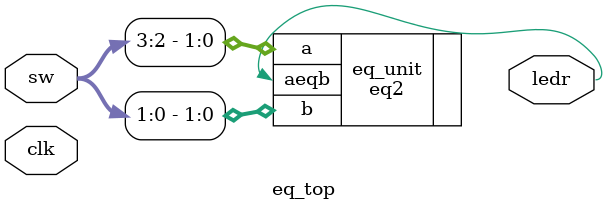
<source format=v>
module eq_top
   (
    input wire clk, 
    input wire [3:0] sw,
    output wire [0:0] ledr
   );

   // body
   // instantiate 2-bit comparator 
   eq2 eq_unit
      (.a(sw[3:2]), .b(sw[1:0]), .aeqb(ledr[0]));
endmodule

</source>
